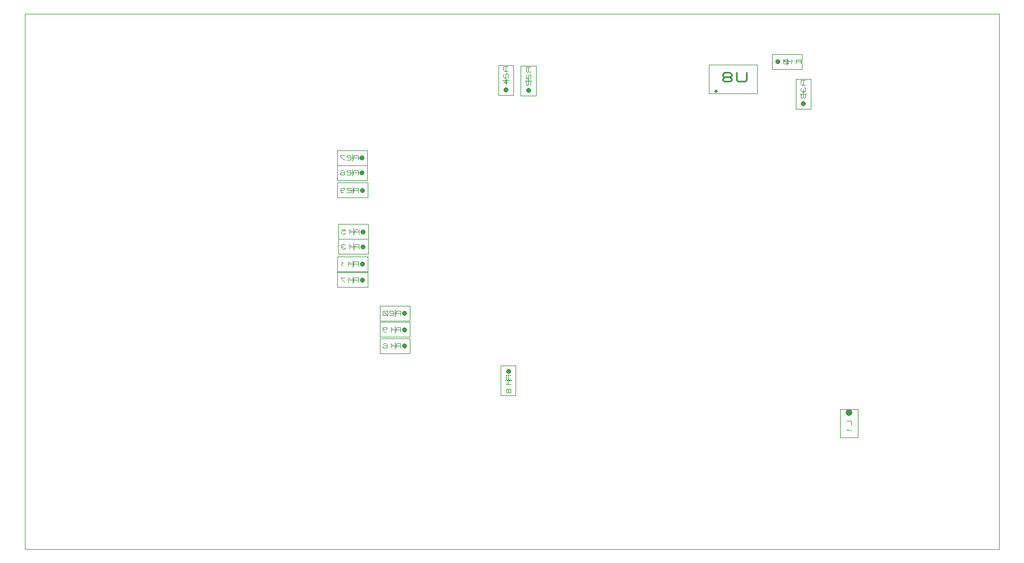
<source format=gbr>
G04 PROTEUS GERBER X2 FILE*
%TF.GenerationSoftware,Labcenter,Proteus,8.17-SP2-Build37159*%
%TF.CreationDate,2025-02-23T13:52:33+00:00*%
%TF.FileFunction,AssemblyDrawing,Bot*%
%TF.FilePolarity,Positive*%
%TF.Part,Single*%
%TF.SameCoordinates,{f5fd30df-bfb1-41d0-8757-df29ac62e929}*%
%FSLAX45Y45*%
%MOMM*%
G01*
%TA.AperFunction,Profile*%
%ADD73C,0.101600*%
%TA.AperFunction,Material*%
%ADD34C,0.101600*%
%ADD67C,1.028700*%
%ADD68C,0.106210*%
%ADD48C,0.050000*%
%ADD60C,0.721360*%
%ADD61C,0.110420*%
%ADD69C,0.548640*%
%ADD74C,0.228150*%
%TD.AperFunction*%
D73*
X+0Y+635000D02*
X+14900000Y+635000D01*
X+14900000Y+8835000D01*
X+0Y+635000D02*
X+0Y+8835000D01*
X+14900000Y+8835000D01*
D34*
X+12465380Y+2342850D02*
X+12734620Y+2342850D01*
X+12734620Y+2782270D01*
X+12465380Y+2782270D01*
X+12465380Y+2342850D01*
D67*
X+12600000Y+2725120D02*
X+12600000Y+2725120D01*
D68*
X+12568136Y+2603860D02*
X+12631865Y+2603860D01*
X+12631865Y+2532166D01*
X+12589379Y+2484370D02*
X+12568136Y+2460472D01*
X+12631865Y+2460472D01*
D48*
X+5241200Y+4888800D02*
X+4781200Y+4888800D01*
X+4781200Y+5118800D01*
X+5241200Y+5118800D01*
X+5241200Y+4888800D01*
X+5011200Y+5053800D02*
X+5011200Y+4953800D01*
X+4961200Y+5003800D02*
X+5061200Y+5003800D01*
D60*
X+5156200Y+5003800D02*
X+5156200Y+5003800D01*
D61*
X+5098487Y+4970672D02*
X+5098487Y+5036927D01*
X+5036374Y+5036927D01*
X+5023952Y+5025884D01*
X+5023952Y+5014842D01*
X+5036374Y+5003800D01*
X+5098487Y+5003800D01*
X+5036374Y+5003800D02*
X+5023952Y+4992757D01*
X+5023952Y+4970672D01*
X+4974261Y+5014842D02*
X+4949416Y+5036927D01*
X+4949416Y+4970672D01*
X+4874880Y+5014842D02*
X+4850035Y+5036927D01*
X+4850035Y+4970672D01*
D48*
X+5253900Y+5155500D02*
X+4793900Y+5155500D01*
X+4793900Y+5385500D01*
X+5253900Y+5385500D01*
X+5253900Y+5155500D01*
X+5023900Y+5320500D02*
X+5023900Y+5220500D01*
X+4973900Y+5270500D02*
X+5073900Y+5270500D01*
D60*
X+5168900Y+5270500D02*
X+5168900Y+5270500D01*
D61*
X+5111187Y+5237372D02*
X+5111187Y+5303627D01*
X+5049074Y+5303627D01*
X+5036652Y+5292584D01*
X+5036652Y+5281542D01*
X+5049074Y+5270500D01*
X+5111187Y+5270500D01*
X+5049074Y+5270500D02*
X+5036652Y+5259457D01*
X+5036652Y+5237372D01*
X+4986961Y+5281542D02*
X+4962116Y+5303627D01*
X+4962116Y+5237372D01*
X+4900003Y+5292584D02*
X+4887580Y+5303627D01*
X+4850312Y+5303627D01*
X+4837890Y+5292584D01*
X+4837890Y+5281542D01*
X+4850312Y+5270500D01*
X+4837890Y+5259457D01*
X+4837890Y+5248415D01*
X+4850312Y+5237372D01*
X+4887580Y+5237372D01*
X+4900003Y+5248415D01*
X+4875158Y+5270500D02*
X+4850312Y+5270500D01*
D48*
X+5253900Y+5384100D02*
X+4793900Y+5384100D01*
X+4793900Y+5614100D01*
X+5253900Y+5614100D01*
X+5253900Y+5384100D01*
X+5023900Y+5549100D02*
X+5023900Y+5449100D01*
X+4973900Y+5499100D02*
X+5073900Y+5499100D01*
D60*
X+5168900Y+5499100D02*
X+5168900Y+5499100D01*
D61*
X+5111187Y+5465972D02*
X+5111187Y+5532227D01*
X+5049074Y+5532227D01*
X+5036652Y+5521184D01*
X+5036652Y+5510142D01*
X+5049074Y+5499100D01*
X+5111187Y+5499100D01*
X+5049074Y+5499100D02*
X+5036652Y+5488057D01*
X+5036652Y+5465972D01*
X+4986961Y+5510142D02*
X+4962116Y+5532227D01*
X+4962116Y+5465972D01*
X+4837890Y+5532227D02*
X+4900003Y+5532227D01*
X+4900003Y+5510142D01*
X+4850312Y+5510142D01*
X+4837890Y+5499100D01*
X+4837890Y+5477015D01*
X+4850312Y+5465972D01*
X+4887580Y+5465972D01*
X+4900003Y+5477015D01*
D48*
X+5890400Y+3635000D02*
X+5430400Y+3635000D01*
X+5430400Y+3865000D01*
X+5890400Y+3865000D01*
X+5890400Y+3635000D01*
X+5660400Y+3800000D02*
X+5660400Y+3700000D01*
X+5610400Y+3750000D02*
X+5710400Y+3750000D01*
D60*
X+5805400Y+3750000D02*
X+5805400Y+3750000D01*
D61*
X+5747687Y+3716872D02*
X+5747687Y+3783127D01*
X+5685574Y+3783127D01*
X+5673152Y+3772084D01*
X+5673152Y+3761042D01*
X+5685574Y+3750000D01*
X+5747687Y+3750000D01*
X+5685574Y+3750000D02*
X+5673152Y+3738957D01*
X+5673152Y+3716872D01*
X+5623461Y+3761042D02*
X+5598616Y+3783127D01*
X+5598616Y+3716872D01*
X+5474390Y+3772084D02*
X+5486812Y+3783127D01*
X+5524080Y+3783127D01*
X+5536503Y+3772084D01*
X+5536503Y+3727915D01*
X+5524080Y+3716872D01*
X+5486812Y+3716872D01*
X+5474390Y+3727915D01*
X+5474390Y+3738957D01*
X+5486812Y+3750000D01*
X+5536503Y+3750000D01*
D48*
X+5241200Y+4647500D02*
X+4781200Y+4647500D01*
X+4781200Y+4877500D01*
X+5241200Y+4877500D01*
X+5241200Y+4647500D01*
X+5011200Y+4812500D02*
X+5011200Y+4712500D01*
X+4961200Y+4762500D02*
X+5061200Y+4762500D01*
D60*
X+5156200Y+4762500D02*
X+5156200Y+4762500D01*
D61*
X+5098487Y+4729372D02*
X+5098487Y+4795627D01*
X+5036374Y+4795627D01*
X+5023952Y+4784584D01*
X+5023952Y+4773542D01*
X+5036374Y+4762500D01*
X+5098487Y+4762500D01*
X+5036374Y+4762500D02*
X+5023952Y+4751457D01*
X+5023952Y+4729372D01*
X+4974261Y+4773542D02*
X+4949416Y+4795627D01*
X+4949416Y+4729372D01*
X+4887303Y+4795627D02*
X+4825190Y+4795627D01*
X+4825190Y+4784584D01*
X+4887303Y+4729372D01*
D48*
X+7506400Y+3448400D02*
X+7506400Y+2988400D01*
X+7276400Y+2988400D01*
X+7276400Y+3448400D01*
X+7506400Y+3448400D01*
X+7341400Y+3218400D02*
X+7441400Y+3218400D01*
X+7391400Y+3168400D02*
X+7391400Y+3268400D01*
D60*
X+7391400Y+3363400D02*
X+7391400Y+3363400D01*
D61*
X+7424528Y+3305687D02*
X+7358273Y+3305687D01*
X+7358273Y+3243574D01*
X+7369316Y+3231152D01*
X+7380358Y+3231152D01*
X+7391400Y+3243574D01*
X+7391400Y+3305687D01*
X+7391400Y+3243574D02*
X+7402443Y+3231152D01*
X+7424528Y+3231152D01*
X+7380358Y+3181461D02*
X+7358273Y+3156616D01*
X+7424528Y+3156616D01*
X+7391400Y+3082080D02*
X+7380358Y+3094503D01*
X+7369316Y+3094503D01*
X+7358273Y+3082080D01*
X+7358273Y+3044812D01*
X+7369316Y+3032390D01*
X+7380358Y+3032390D01*
X+7391400Y+3044812D01*
X+7391400Y+3082080D01*
X+7402443Y+3094503D01*
X+7413485Y+3094503D01*
X+7424528Y+3082080D01*
X+7424528Y+3044812D01*
X+7413485Y+3032390D01*
X+7402443Y+3032390D01*
X+7391400Y+3044812D01*
D48*
X+5890400Y+3885000D02*
X+5430400Y+3885000D01*
X+5430400Y+4115000D01*
X+5890400Y+4115000D01*
X+5890400Y+3885000D01*
X+5660400Y+4050000D02*
X+5660400Y+3950000D01*
X+5610400Y+4000000D02*
X+5710400Y+4000000D01*
D60*
X+5805400Y+4000000D02*
X+5805400Y+4000000D01*
D61*
X+5747687Y+3966872D02*
X+5747687Y+4033127D01*
X+5685574Y+4033127D01*
X+5673152Y+4022084D01*
X+5673152Y+4011042D01*
X+5685574Y+4000000D01*
X+5747687Y+4000000D01*
X+5685574Y+4000000D02*
X+5673152Y+3988957D01*
X+5673152Y+3966872D01*
X+5623461Y+4011042D02*
X+5598616Y+4033127D01*
X+5598616Y+3966872D01*
X+5474390Y+4011042D02*
X+5486812Y+4000000D01*
X+5524080Y+4000000D01*
X+5536503Y+4011042D01*
X+5536503Y+4022084D01*
X+5524080Y+4033127D01*
X+5486812Y+4033127D01*
X+5474390Y+4022084D01*
X+5474390Y+3977915D01*
X+5486812Y+3966872D01*
X+5524080Y+3966872D01*
D48*
X+5890400Y+4135000D02*
X+5430400Y+4135000D01*
X+5430400Y+4365000D01*
X+5890400Y+4365000D01*
X+5890400Y+4135000D01*
X+5660400Y+4300000D02*
X+5660400Y+4200000D01*
X+5610400Y+4250000D02*
X+5710400Y+4250000D01*
D60*
X+5805400Y+4250000D02*
X+5805400Y+4250000D01*
D61*
X+5747687Y+4216872D02*
X+5747687Y+4283127D01*
X+5685574Y+4283127D01*
X+5673152Y+4272084D01*
X+5673152Y+4261042D01*
X+5685574Y+4250000D01*
X+5747687Y+4250000D01*
X+5685574Y+4250000D02*
X+5673152Y+4238957D01*
X+5673152Y+4216872D01*
X+5635884Y+4272084D02*
X+5623461Y+4283127D01*
X+5586193Y+4283127D01*
X+5573771Y+4272084D01*
X+5573771Y+4261042D01*
X+5586193Y+4250000D01*
X+5623461Y+4250000D01*
X+5635884Y+4238957D01*
X+5635884Y+4216872D01*
X+5573771Y+4216872D01*
X+5548925Y+4227915D02*
X+5548925Y+4272084D01*
X+5536503Y+4283127D01*
X+5486812Y+4283127D01*
X+5474390Y+4272084D01*
X+5474390Y+4227915D01*
X+5486812Y+4216872D01*
X+5536503Y+4216872D01*
X+5548925Y+4227915D01*
X+5548925Y+4216872D02*
X+5474390Y+4283127D01*
D48*
X+7585000Y+7575000D02*
X+7585000Y+8035000D01*
X+7815000Y+8035000D01*
X+7815000Y+7575000D01*
X+7585000Y+7575000D01*
X+7750000Y+7805000D02*
X+7650000Y+7805000D01*
X+7700000Y+7855000D02*
X+7700000Y+7755000D01*
D60*
X+7700000Y+7660000D02*
X+7700000Y+7660000D01*
D61*
X+7733128Y+8015855D02*
X+7666873Y+8015855D01*
X+7666873Y+7953742D01*
X+7677916Y+7941320D01*
X+7688958Y+7941320D01*
X+7700000Y+7953742D01*
X+7700000Y+8015855D01*
X+7700000Y+7953742D02*
X+7711043Y+7941320D01*
X+7733128Y+7941320D01*
X+7677916Y+7904052D02*
X+7666873Y+7891629D01*
X+7666873Y+7854361D01*
X+7677916Y+7841939D01*
X+7688958Y+7841939D01*
X+7700000Y+7854361D01*
X+7700000Y+7891629D01*
X+7711043Y+7904052D01*
X+7733128Y+7904052D01*
X+7733128Y+7841939D01*
X+7677916Y+7804671D02*
X+7666873Y+7792248D01*
X+7666873Y+7754980D01*
X+7677916Y+7742558D01*
X+7688958Y+7742558D01*
X+7700000Y+7754980D01*
X+7700000Y+7792248D01*
X+7711043Y+7804671D01*
X+7733128Y+7804671D01*
X+7733128Y+7742558D01*
D48*
X+7238300Y+7585800D02*
X+7238300Y+8045800D01*
X+7468300Y+8045800D01*
X+7468300Y+7585800D01*
X+7238300Y+7585800D01*
X+7403300Y+7815800D02*
X+7303300Y+7815800D01*
X+7353300Y+7865800D02*
X+7353300Y+7765800D01*
D60*
X+7353300Y+7670800D02*
X+7353300Y+7670800D01*
D61*
X+7386428Y+8026655D02*
X+7320173Y+8026655D01*
X+7320173Y+7964542D01*
X+7331216Y+7952120D01*
X+7342258Y+7952120D01*
X+7353300Y+7964542D01*
X+7353300Y+8026655D01*
X+7353300Y+7964542D02*
X+7364343Y+7952120D01*
X+7386428Y+7952120D01*
X+7331216Y+7914852D02*
X+7320173Y+7902429D01*
X+7320173Y+7865161D01*
X+7331216Y+7852739D01*
X+7342258Y+7852739D01*
X+7353300Y+7865161D01*
X+7353300Y+7902429D01*
X+7364343Y+7914852D01*
X+7386428Y+7914852D01*
X+7386428Y+7852739D01*
X+7364343Y+7753358D02*
X+7364343Y+7827893D01*
X+7320173Y+7778203D01*
X+7386428Y+7778203D01*
D48*
X+5239100Y+6285800D02*
X+4779100Y+6285800D01*
X+4779100Y+6515800D01*
X+5239100Y+6515800D01*
X+5239100Y+6285800D01*
X+5009100Y+6450800D02*
X+5009100Y+6350800D01*
X+4959100Y+6400800D02*
X+5059100Y+6400800D01*
D60*
X+5154100Y+6400800D02*
X+5154100Y+6400800D01*
D61*
X+5096387Y+6367672D02*
X+5096387Y+6433927D01*
X+5034274Y+6433927D01*
X+5021852Y+6422884D01*
X+5021852Y+6411842D01*
X+5034274Y+6400800D01*
X+5096387Y+6400800D01*
X+5034274Y+6400800D02*
X+5021852Y+6389757D01*
X+5021852Y+6367672D01*
X+4984584Y+6422884D02*
X+4972161Y+6433927D01*
X+4934893Y+6433927D01*
X+4922471Y+6422884D01*
X+4922471Y+6411842D01*
X+4934893Y+6400800D01*
X+4972161Y+6400800D01*
X+4984584Y+6389757D01*
X+4984584Y+6367672D01*
X+4922471Y+6367672D01*
X+4823090Y+6422884D02*
X+4835512Y+6433927D01*
X+4872780Y+6433927D01*
X+4885203Y+6422884D01*
X+4885203Y+6378715D01*
X+4872780Y+6367672D01*
X+4835512Y+6367672D01*
X+4823090Y+6378715D01*
X+4823090Y+6389757D01*
X+4835512Y+6400800D01*
X+4885203Y+6400800D01*
D48*
X+5239100Y+6514400D02*
X+4779100Y+6514400D01*
X+4779100Y+6744400D01*
X+5239100Y+6744400D01*
X+5239100Y+6514400D01*
X+5009100Y+6679400D02*
X+5009100Y+6579400D01*
X+4959100Y+6629400D02*
X+5059100Y+6629400D01*
D60*
X+5154100Y+6629400D02*
X+5154100Y+6629400D01*
D61*
X+5096387Y+6596272D02*
X+5096387Y+6662527D01*
X+5034274Y+6662527D01*
X+5021852Y+6651484D01*
X+5021852Y+6640442D01*
X+5034274Y+6629400D01*
X+5096387Y+6629400D01*
X+5034274Y+6629400D02*
X+5021852Y+6618357D01*
X+5021852Y+6596272D01*
X+4984584Y+6651484D02*
X+4972161Y+6662527D01*
X+4934893Y+6662527D01*
X+4922471Y+6651484D01*
X+4922471Y+6640442D01*
X+4934893Y+6629400D01*
X+4972161Y+6629400D01*
X+4984584Y+6618357D01*
X+4984584Y+6596272D01*
X+4922471Y+6596272D01*
X+4885203Y+6662527D02*
X+4823090Y+6662527D01*
X+4823090Y+6651484D01*
X+4885203Y+6596272D01*
D48*
X+5241200Y+6019100D02*
X+4781200Y+6019100D01*
X+4781200Y+6249100D01*
X+5241200Y+6249100D01*
X+5241200Y+6019100D01*
X+5011200Y+6184100D02*
X+5011200Y+6084100D01*
X+4961200Y+6134100D02*
X+5061200Y+6134100D01*
D60*
X+5156200Y+6134100D02*
X+5156200Y+6134100D01*
D61*
X+5098487Y+6100972D02*
X+5098487Y+6167227D01*
X+5036374Y+6167227D01*
X+5023952Y+6156184D01*
X+5023952Y+6145142D01*
X+5036374Y+6134100D01*
X+5098487Y+6134100D01*
X+5036374Y+6134100D02*
X+5023952Y+6123057D01*
X+5023952Y+6100972D01*
X+4986684Y+6156184D02*
X+4974261Y+6167227D01*
X+4936993Y+6167227D01*
X+4924571Y+6156184D01*
X+4924571Y+6145142D01*
X+4936993Y+6134100D01*
X+4974261Y+6134100D01*
X+4986684Y+6123057D01*
X+4986684Y+6100972D01*
X+4924571Y+6100972D01*
X+4825190Y+6145142D02*
X+4837612Y+6134100D01*
X+4874880Y+6134100D01*
X+4887303Y+6145142D01*
X+4887303Y+6156184D01*
X+4874880Y+6167227D01*
X+4837612Y+6167227D01*
X+4825190Y+6156184D01*
X+4825190Y+6112015D01*
X+4837612Y+6100972D01*
X+4874880Y+6100972D01*
D34*
X+10455910Y+7614920D02*
X+11200130Y+7614920D01*
X+11200130Y+8056880D01*
X+10455910Y+8056880D01*
X+10455910Y+7614920D01*
D69*
X+10566400Y+7645400D02*
X+10566400Y+7645400D01*
D74*
X+11033357Y+7933302D02*
X+11033357Y+7819225D01*
X+11007690Y+7796410D01*
X+10905022Y+7796410D01*
X+10879355Y+7819225D01*
X+10879355Y+7933302D01*
X+10776686Y+7864856D02*
X+10802353Y+7887671D01*
X+10802353Y+7910487D01*
X+10776686Y+7933302D01*
X+10699685Y+7933302D01*
X+10674018Y+7910487D01*
X+10674018Y+7887671D01*
X+10699685Y+7864856D01*
X+10776686Y+7864856D01*
X+10802353Y+7842041D01*
X+10802353Y+7819225D01*
X+10776686Y+7796410D01*
X+10699685Y+7796410D01*
X+10674018Y+7819225D01*
X+10674018Y+7842041D01*
X+10699685Y+7864856D01*
D48*
X+11425000Y+8215000D02*
X+11885000Y+8215000D01*
X+11885000Y+7985000D01*
X+11425000Y+7985000D01*
X+11425000Y+8215000D01*
X+11655000Y+8050000D02*
X+11655000Y+8150000D01*
X+11705000Y+8100000D02*
X+11605000Y+8100000D01*
D60*
X+11510000Y+8100000D02*
X+11510000Y+8100000D01*
D61*
X+11865855Y+8066872D02*
X+11865855Y+8133127D01*
X+11803742Y+8133127D01*
X+11791320Y+8122084D01*
X+11791320Y+8111042D01*
X+11803742Y+8100000D01*
X+11865855Y+8100000D01*
X+11803742Y+8100000D02*
X+11791320Y+8088957D01*
X+11791320Y+8066872D01*
X+11741629Y+8111042D02*
X+11716784Y+8133127D01*
X+11716784Y+8066872D01*
X+11667093Y+8077915D02*
X+11667093Y+8122084D01*
X+11654671Y+8133127D01*
X+11604980Y+8133127D01*
X+11592558Y+8122084D01*
X+11592558Y+8077915D01*
X+11604980Y+8066872D01*
X+11654671Y+8066872D01*
X+11667093Y+8077915D01*
X+11667093Y+8066872D02*
X+11592558Y+8133127D01*
D48*
X+11785000Y+7375000D02*
X+11785000Y+7835000D01*
X+12015000Y+7835000D01*
X+12015000Y+7375000D01*
X+11785000Y+7375000D01*
X+11950000Y+7605000D02*
X+11850000Y+7605000D01*
X+11900000Y+7655000D02*
X+11900000Y+7555000D01*
D60*
X+11900000Y+7460000D02*
X+11900000Y+7460000D01*
D61*
X+11933128Y+7815855D02*
X+11866873Y+7815855D01*
X+11866873Y+7753742D01*
X+11877916Y+7741320D01*
X+11888958Y+7741320D01*
X+11900000Y+7753742D01*
X+11900000Y+7815855D01*
X+11900000Y+7753742D02*
X+11911043Y+7741320D01*
X+11933128Y+7741320D01*
X+11877916Y+7704052D02*
X+11866873Y+7691629D01*
X+11866873Y+7654361D01*
X+11877916Y+7641939D01*
X+11888958Y+7641939D01*
X+11900000Y+7654361D01*
X+11911043Y+7641939D01*
X+11922085Y+7641939D01*
X+11933128Y+7654361D01*
X+11933128Y+7691629D01*
X+11922085Y+7704052D01*
X+11900000Y+7679207D02*
X+11900000Y+7654361D01*
X+11877916Y+7604671D02*
X+11866873Y+7592248D01*
X+11866873Y+7554980D01*
X+11877916Y+7542558D01*
X+11888958Y+7542558D01*
X+11900000Y+7554980D01*
X+11911043Y+7542558D01*
X+11922085Y+7542558D01*
X+11933128Y+7554980D01*
X+11933128Y+7592248D01*
X+11922085Y+7604671D01*
X+11900000Y+7579826D02*
X+11900000Y+7554980D01*
M02*

</source>
